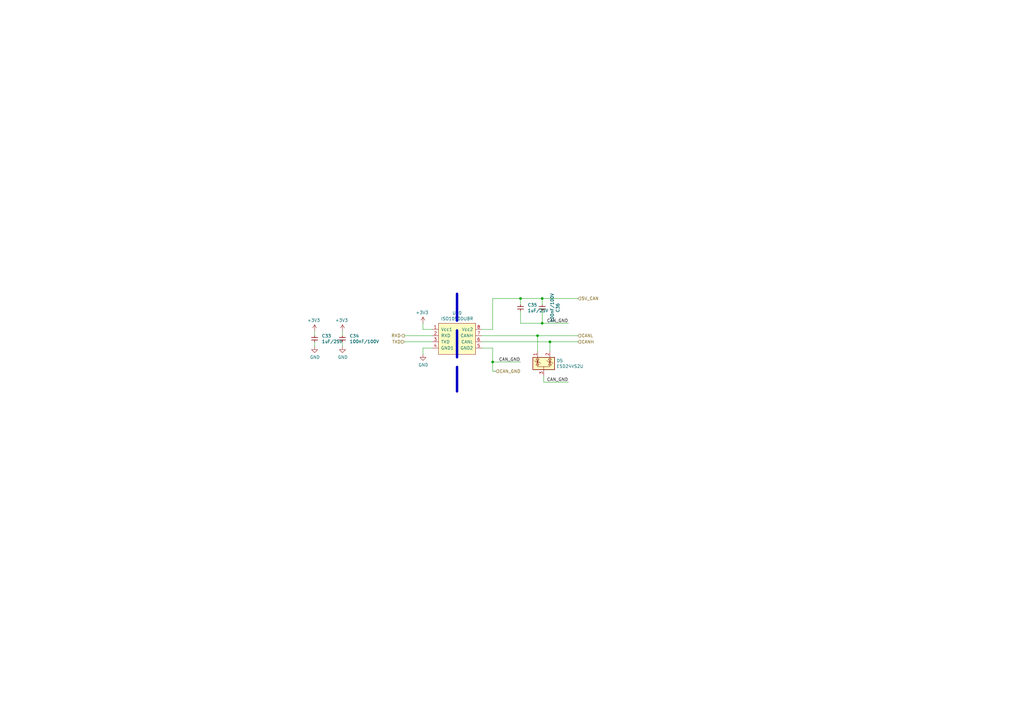
<source format=kicad_sch>
(kicad_sch
	(version 20231120)
	(generator "eeschema")
	(generator_version "8.0")
	(uuid "54d99f00-ccf1-47ca-82dc-6abcb3aa298d")
	(paper "A3")
	(title_block
		(date "2023-10-19")
		(rev "V0.1")
		(company "teTra")
	)
	(lib_symbols
		(symbol "Library:+3V3"
			(power)
			(pin_names
				(offset 0)
			)
			(exclude_from_sim no)
			(in_bom yes)
			(on_board yes)
			(property "Reference" "#PWR"
				(at 0 -3.81 0)
				(effects
					(font
						(size 1.27 1.27)
					)
					(hide yes)
				)
			)
			(property "Value" "+3V3"
				(at 0 3.556 0)
				(effects
					(font
						(size 1.27 1.27)
					)
				)
			)
			(property "Footprint" ""
				(at 0 0 0)
				(effects
					(font
						(size 1.27 1.27)
					)
					(hide yes)
				)
			)
			(property "Datasheet" ""
				(at 0 0 0)
				(effects
					(font
						(size 1.27 1.27)
					)
					(hide yes)
				)
			)
			(property "Description" "Power symbol creates a global label with name \"+3V3\""
				(at 0 0 0)
				(effects
					(font
						(size 1.27 1.27)
					)
					(hide yes)
				)
			)
			(property "ki_keywords" "global power"
				(at 0 0 0)
				(effects
					(font
						(size 1.27 1.27)
					)
					(hide yes)
				)
			)
			(symbol "+3V3_0_1"
				(polyline
					(pts
						(xy -0.762 1.27) (xy 0 2.54)
					)
					(stroke
						(width 0)
						(type default)
					)
					(fill
						(type none)
					)
				)
				(polyline
					(pts
						(xy 0 0) (xy 0 2.54)
					)
					(stroke
						(width 0)
						(type default)
					)
					(fill
						(type none)
					)
				)
				(polyline
					(pts
						(xy 0 2.54) (xy 0.762 1.27)
					)
					(stroke
						(width 0)
						(type default)
					)
					(fill
						(type none)
					)
				)
			)
			(symbol "+3V3_1_1"
				(pin power_in line
					(at 0 0 90)
					(length 0) hide
					(name "+3V3"
						(effects
							(font
								(size 1.27 1.27)
							)
						)
					)
					(number "1"
						(effects
							(font
								(size 1.27 1.27)
							)
						)
					)
				)
			)
		)
		(symbol "Library:C"
			(pin_numbers hide)
			(pin_names
				(offset 0.254)
			)
			(exclude_from_sim no)
			(in_bom yes)
			(on_board yes)
			(property "Reference" "C"
				(at 0.635 2.54 0)
				(effects
					(font
						(size 1.27 1.27)
					)
					(justify left)
				)
			)
			(property "Value" "C"
				(at 0.635 -2.54 0)
				(effects
					(font
						(size 1.27 1.27)
					)
					(justify left)
				)
			)
			(property "Footprint" ""
				(at 0.9652 -3.81 0)
				(effects
					(font
						(size 1.27 1.27)
					)
					(hide yes)
				)
			)
			(property "Datasheet" "~"
				(at 0 0 0)
				(effects
					(font
						(size 1.27 1.27)
					)
					(hide yes)
				)
			)
			(property "Description" "Unpolarized capacitor"
				(at 0 0 0)
				(effects
					(font
						(size 1.27 1.27)
					)
					(hide yes)
				)
			)
			(property "ki_keywords" "cap capacitor"
				(at 0 0 0)
				(effects
					(font
						(size 1.27 1.27)
					)
					(hide yes)
				)
			)
			(property "ki_fp_filters" "C_*"
				(at 0 0 0)
				(effects
					(font
						(size 1.27 1.27)
					)
					(hide yes)
				)
			)
			(symbol "C_1_1"
				(polyline
					(pts
						(xy -1.27 -0.508) (xy 1.27 -0.508)
					)
					(stroke
						(width 0.254)
						(type default)
					)
					(fill
						(type none)
					)
				)
				(polyline
					(pts
						(xy -1.27 0.508) (xy 1.27 0.508)
					)
					(stroke
						(width 0.254)
						(type default)
					)
					(fill
						(type none)
					)
				)
				(pin passive line
					(at 0 1.27 270)
					(length 0.762)
					(name "~"
						(effects
							(font
								(size 1.27 1.27)
							)
						)
					)
					(number "1"
						(effects
							(font
								(size 1.27 1.27)
							)
						)
					)
				)
				(pin passive line
					(at 0 -1.27 90)
					(length 0.762)
					(name "~"
						(effects
							(font
								(size 1.27 1.27)
							)
						)
					)
					(number "2"
						(effects
							(font
								(size 1.27 1.27)
							)
						)
					)
				)
			)
		)
		(symbol "Library:GND"
			(power)
			(pin_names
				(offset 0)
			)
			(exclude_from_sim no)
			(in_bom yes)
			(on_board yes)
			(property "Reference" "#PWR"
				(at 0 -6.35 0)
				(effects
					(font
						(size 1.27 1.27)
					)
					(hide yes)
				)
			)
			(property "Value" "GND"
				(at 0 -3.81 0)
				(effects
					(font
						(size 1.27 1.27)
					)
				)
			)
			(property "Footprint" ""
				(at 0 0 0)
				(effects
					(font
						(size 1.27 1.27)
					)
					(hide yes)
				)
			)
			(property "Datasheet" ""
				(at 0 0 0)
				(effects
					(font
						(size 1.27 1.27)
					)
					(hide yes)
				)
			)
			(property "Description" "Power symbol creates a global label with name \"GND\" , ground"
				(at 0 0 0)
				(effects
					(font
						(size 1.27 1.27)
					)
					(hide yes)
				)
			)
			(property "ki_keywords" "global power"
				(at 0 0 0)
				(effects
					(font
						(size 1.27 1.27)
					)
					(hide yes)
				)
			)
			(symbol "GND_0_1"
				(polyline
					(pts
						(xy 0 0) (xy 0 -1.27) (xy 1.27 -1.27) (xy 0 -2.54) (xy -1.27 -1.27) (xy 0 -1.27)
					)
					(stroke
						(width 0)
						(type default)
					)
					(fill
						(type none)
					)
				)
			)
			(symbol "GND_1_1"
				(pin power_in line
					(at 0 0 270)
					(length 0) hide
					(name "GND"
						(effects
							(font
								(size 1.27 1.27)
							)
						)
					)
					(number "1"
						(effects
							(font
								(size 1.27 1.27)
							)
						)
					)
				)
			)
		)
		(symbol "Library:ISO1050DUBR"
			(pin_names
				(offset 1.016)
			)
			(exclude_from_sim no)
			(in_bom yes)
			(on_board yes)
			(property "Reference" "U"
				(at 0 7.62 0)
				(effects
					(font
						(size 1.27 1.27)
					)
				)
			)
			(property "Value" "ISO1050DUBR"
				(at 0 -7.62 0)
				(effects
					(font
						(size 1.27 1.27)
					)
				)
			)
			(property "Footprint" ""
				(at -2.54 -8.89 0)
				(effects
					(font
						(size 1.27 1.27)
					)
					(hide yes)
				)
			)
			(property "Datasheet" ""
				(at -2.54 -8.89 0)
				(effects
					(font
						(size 1.27 1.27)
					)
					(hide yes)
				)
			)
			(property "Description" ""
				(at 0 0 0)
				(effects
					(font
						(size 1.27 1.27)
					)
					(hide yes)
				)
			)
			(symbol "ISO1050DUBR_0_1"
				(rectangle
					(start -7.62 -6.35)
					(end 7.62 6.35)
					(stroke
						(width 0)
						(type solid)
					)
					(fill
						(type background)
					)
				)
			)
			(symbol "ISO1050DUBR_1_1"
				(pin power_in line
					(at -10.16 3.81 0)
					(length 2.54)
					(name "Vcc1"
						(effects
							(font
								(size 1.27 1.27)
							)
						)
					)
					(number "1"
						(effects
							(font
								(size 1.27 1.27)
							)
						)
					)
				)
				(pin input line
					(at -10.16 1.27 0)
					(length 2.54)
					(name "RXD"
						(effects
							(font
								(size 1.27 1.27)
							)
						)
					)
					(number "2"
						(effects
							(font
								(size 1.27 1.27)
							)
						)
					)
				)
				(pin output line
					(at -10.16 -1.27 0)
					(length 2.54)
					(name "TXD"
						(effects
							(font
								(size 1.27 1.27)
							)
						)
					)
					(number "3"
						(effects
							(font
								(size 1.27 1.27)
							)
						)
					)
				)
				(pin passive line
					(at -10.16 -3.81 0)
					(length 2.54)
					(name "GND1"
						(effects
							(font
								(size 1.27 1.27)
							)
						)
					)
					(number "4"
						(effects
							(font
								(size 1.27 1.27)
							)
						)
					)
				)
				(pin passive line
					(at 10.16 -3.81 180)
					(length 2.54)
					(name "GND2"
						(effects
							(font
								(size 1.27 1.27)
							)
						)
					)
					(number "5"
						(effects
							(font
								(size 1.27 1.27)
							)
						)
					)
				)
				(pin bidirectional line
					(at 10.16 -1.27 180)
					(length 2.54)
					(name "CANL"
						(effects
							(font
								(size 1.27 1.27)
							)
						)
					)
					(number "6"
						(effects
							(font
								(size 1.27 1.27)
							)
						)
					)
				)
				(pin bidirectional line
					(at 10.16 1.27 180)
					(length 2.54)
					(name "CANH"
						(effects
							(font
								(size 1.27 1.27)
							)
						)
					)
					(number "7"
						(effects
							(font
								(size 1.27 1.27)
							)
						)
					)
				)
				(pin power_in line
					(at 10.16 3.81 180)
					(length 2.54)
					(name "Vcc2"
						(effects
							(font
								(size 1.27 1.27)
							)
						)
					)
					(number "8"
						(effects
							(font
								(size 1.27 1.27)
							)
						)
					)
				)
			)
		)
		(symbol "Library:SZNUP2105L"
			(pin_names hide)
			(exclude_from_sim no)
			(in_bom yes)
			(on_board yes)
			(property "Reference" "D"
				(at 5.715 2.54 0)
				(effects
					(font
						(size 1.27 1.27)
					)
					(justify left)
				)
			)
			(property "Value" "SZNUP2105L"
				(at 5.715 0.635 0)
				(effects
					(font
						(size 1.27 1.27)
					)
					(justify left)
				)
			)
			(property "Footprint" "Package_TO_SOT_SMD:SOT-23"
				(at 5.715 -1.27 0)
				(effects
					(font
						(size 1.27 1.27)
					)
					(justify left)
					(hide yes)
				)
			)
			(property "Datasheet" "http://www.onsemi.com/pub_link/Collateral/NUP2105L-D.PDF"
				(at 3.175 3.175 0)
				(effects
					(font
						(size 1.27 1.27)
					)
					(hide yes)
				)
			)
			(property "Description" "Dual Line CAN Bus Protector, 24Vrwm, Automotive Grade"
				(at 0 0 0)
				(effects
					(font
						(size 1.27 1.27)
					)
					(hide yes)
				)
			)
			(property "ki_keywords" "can esd protection suppression transient automotive"
				(at 0 0 0)
				(effects
					(font
						(size 1.27 1.27)
					)
					(hide yes)
				)
			)
			(property "ki_fp_filters" "SOT?23*"
				(at 0 0 0)
				(effects
					(font
						(size 1.27 1.27)
					)
					(hide yes)
				)
			)
			(symbol "SZNUP2105L_0_0"
				(pin passive line
					(at 0 -5.08 90)
					(length 2.54)
					(name "A"
						(effects
							(font
								(size 1.27 1.27)
							)
						)
					)
					(number "3"
						(effects
							(font
								(size 1.27 1.27)
							)
						)
					)
				)
			)
			(symbol "SZNUP2105L_0_1"
				(rectangle
					(start -4.445 2.54)
					(end 4.445 -2.54)
					(stroke
						(width 0.254)
						(type default)
					)
					(fill
						(type background)
					)
				)
				(polyline
					(pts
						(xy -2.54 2.54) (xy -2.54 0.635)
					)
					(stroke
						(width 0)
						(type default)
					)
					(fill
						(type none)
					)
				)
				(polyline
					(pts
						(xy 0 -1.27) (xy 0 -2.54)
					)
					(stroke
						(width 0)
						(type default)
					)
					(fill
						(type none)
					)
				)
				(polyline
					(pts
						(xy 2.54 2.54) (xy 2.54 0.635)
					)
					(stroke
						(width 0)
						(type default)
					)
					(fill
						(type none)
					)
				)
				(polyline
					(pts
						(xy -3.81 1.27) (xy -3.175 0.635) (xy -1.905 0.635) (xy -1.27 0)
					)
					(stroke
						(width 0)
						(type default)
					)
					(fill
						(type none)
					)
				)
				(polyline
					(pts
						(xy -2.54 0.635) (xy -2.54 -1.27) (xy 2.54 -1.27) (xy 2.54 0.635)
					)
					(stroke
						(width 0)
						(type default)
					)
					(fill
						(type none)
					)
				)
				(polyline
					(pts
						(xy -2.54 0.635) (xy -1.905 -0.635) (xy -3.175 -0.635) (xy -2.54 0.635)
					)
					(stroke
						(width 0)
						(type default)
					)
					(fill
						(type none)
					)
				)
				(polyline
					(pts
						(xy 2.54 0.635) (xy 1.905 -0.635) (xy 3.175 -0.635) (xy 2.54 0.635)
					)
					(stroke
						(width 0)
						(type default)
					)
					(fill
						(type none)
					)
				)
				(polyline
					(pts
						(xy 2.54 0.635) (xy 3.175 1.905) (xy 1.905 1.905) (xy 2.54 0.635)
					)
					(stroke
						(width 0)
						(type default)
					)
					(fill
						(type none)
					)
				)
				(polyline
					(pts
						(xy -2.54 0.635) (xy -3.175 1.905) (xy -1.905 1.905) (xy -2.54 0.635) (xy -2.54 1.27)
					)
					(stroke
						(width 0)
						(type default)
					)
					(fill
						(type none)
					)
				)
				(polyline
					(pts
						(xy 1.27 1.27) (xy 1.905 0.635) (xy 2.54 0.635) (xy 3.175 0.635) (xy 3.81 0)
					)
					(stroke
						(width 0)
						(type default)
					)
					(fill
						(type none)
					)
				)
			)
			(symbol "SZNUP2105L_1_1"
				(pin passive line
					(at -2.54 5.08 270)
					(length 2.54)
					(name "K"
						(effects
							(font
								(size 1.27 1.27)
							)
						)
					)
					(number "1"
						(effects
							(font
								(size 1.27 1.27)
							)
						)
					)
				)
				(pin passive line
					(at 2.54 5.08 270)
					(length 2.54)
					(name "K"
						(effects
							(font
								(size 1.27 1.27)
							)
						)
					)
					(number "2"
						(effects
							(font
								(size 1.27 1.27)
							)
						)
					)
				)
			)
		)
	)
	(junction
		(at 213.487 122.428)
		(diameter 0)
		(color 0 0 0 0)
		(uuid "1d1fdf66-c0a4-4a60-b26e-e28d390dfdec")
	)
	(junction
		(at 222.377 132.588)
		(diameter 0)
		(color 0 0 0 0)
		(uuid "395c69d8-4221-4077-8fff-d263a5fb6a99")
	)
	(junction
		(at 202.057 148.463)
		(diameter 0)
		(color 0 0 0 0)
		(uuid "4f0fab5f-900f-4eac-8ddd-2fa09fc29ef9")
	)
	(junction
		(at 225.552 140.208)
		(diameter 0)
		(color 0 0 0 0)
		(uuid "7f14e26a-8130-4989-aa5b-7408d11d672c")
	)
	(junction
		(at 220.472 137.668)
		(diameter 0)
		(color 0 0 0 0)
		(uuid "aa0cb370-9018-4c65-86f1-28f78a665f31")
	)
	(junction
		(at 222.377 122.428)
		(diameter 0)
		(color 0 0 0 0)
		(uuid "fdc5ebd5-d1c9-498d-8a71-970c4cfa0941")
	)
	(wire
		(pts
			(xy 213.487 127.508) (xy 213.487 132.588)
		)
		(stroke
			(width 0)
			(type default)
		)
		(uuid "00b64fb5-32b0-4631-8c2a-6b74185769d9")
	)
	(wire
		(pts
			(xy 140.462 135.763) (xy 140.462 137.668)
		)
		(stroke
			(width 0)
			(type default)
		)
		(uuid "0c5e0f44-46b7-4c2f-b334-a0520ecab97e")
	)
	(wire
		(pts
			(xy 222.377 127.508) (xy 222.377 132.588)
		)
		(stroke
			(width 0)
			(type default)
		)
		(uuid "0fbd5a2a-5c6e-4606-b352-36305433f701")
	)
	(wire
		(pts
			(xy 165.862 137.668) (xy 177.292 137.668)
		)
		(stroke
			(width 0)
			(type default)
		)
		(uuid "1748eff8-6036-4a5b-9a35-c24b1adcd171")
	)
	(wire
		(pts
			(xy 223.012 154.178) (xy 223.012 156.718)
		)
		(stroke
			(width 0)
			(type default)
		)
		(uuid "174f6d38-7f9f-42d4-8d23-8bf16a87f984")
	)
	(wire
		(pts
			(xy 222.377 122.428) (xy 222.377 124.968)
		)
		(stroke
			(width 0)
			(type default)
		)
		(uuid "1983eb1f-48d6-454d-afed-7bdc2db3142c")
	)
	(wire
		(pts
			(xy 197.612 137.668) (xy 220.472 137.668)
		)
		(stroke
			(width 0)
			(type default)
		)
		(uuid "1a6b4a06-f95b-4bbb-abff-9dbfd62c71f3")
	)
	(wire
		(pts
			(xy 202.057 142.748) (xy 202.057 148.463)
		)
		(stroke
			(width 0)
			(type default)
		)
		(uuid "224f0641-606e-47a2-82b5-a9addde20803")
	)
	(wire
		(pts
			(xy 129.032 140.208) (xy 129.032 142.113)
		)
		(stroke
			(width 0)
			(type default)
		)
		(uuid "2da448fd-4e9b-4c98-8520-e1cc80ed96e6")
	)
	(polyline
		(pts
			(xy 187.452 120.523) (xy 187.452 160.528)
		)
		(stroke
			(width 1)
			(type dash)
		)
		(uuid "38e72973-7816-4127-b921-f48dad51c369")
	)
	(wire
		(pts
			(xy 222.377 132.588) (xy 233.172 132.588)
		)
		(stroke
			(width 0)
			(type default)
		)
		(uuid "3c4936d0-ac7b-401d-b3ef-54e453e9df9a")
	)
	(wire
		(pts
			(xy 202.057 152.273) (xy 202.057 148.463)
		)
		(stroke
			(width 0)
			(type default)
		)
		(uuid "4fc4e4b9-08e1-415d-a983-21c45f22ac84")
	)
	(wire
		(pts
			(xy 202.057 148.463) (xy 213.487 148.463)
		)
		(stroke
			(width 0)
			(type default)
		)
		(uuid "560b45d9-21b2-4043-843b-d50328404546")
	)
	(wire
		(pts
			(xy 220.472 137.668) (xy 236.982 137.668)
		)
		(stroke
			(width 0)
			(type default)
		)
		(uuid "575a48f7-d034-4384-ae34-6ca461f114aa")
	)
	(wire
		(pts
			(xy 225.552 144.018) (xy 225.552 140.208)
		)
		(stroke
			(width 0)
			(type default)
		)
		(uuid "5c0125c0-7280-462e-ab81-eb9cb0212ab8")
	)
	(wire
		(pts
			(xy 129.032 135.763) (xy 129.032 137.668)
		)
		(stroke
			(width 0)
			(type default)
		)
		(uuid "67c3dc43-d80d-4f58-9c43-65a2a5e1f6b5")
	)
	(wire
		(pts
			(xy 220.472 144.018) (xy 220.472 137.668)
		)
		(stroke
			(width 0)
			(type default)
		)
		(uuid "70ed37a3-0e55-4ea2-8d86-8dde83b144b1")
	)
	(wire
		(pts
			(xy 202.057 122.428) (xy 202.057 135.128)
		)
		(stroke
			(width 0)
			(type default)
		)
		(uuid "76c83a1a-310e-4a55-9e35-42ffe6dcdf2b")
	)
	(wire
		(pts
			(xy 223.012 156.718) (xy 233.172 156.718)
		)
		(stroke
			(width 0)
			(type default)
		)
		(uuid "7b51b4bb-d7ee-40d1-99c8-e62ee699f984")
	)
	(wire
		(pts
			(xy 225.552 140.208) (xy 236.982 140.208)
		)
		(stroke
			(width 0)
			(type default)
		)
		(uuid "7ef482fa-4409-47f7-a2a0-e1d269d1b20a")
	)
	(wire
		(pts
			(xy 213.487 132.588) (xy 222.377 132.588)
		)
		(stroke
			(width 0)
			(type default)
		)
		(uuid "80e5f19f-c19f-4916-8979-bc1521ba9b8b")
	)
	(wire
		(pts
			(xy 202.057 142.748) (xy 197.612 142.748)
		)
		(stroke
			(width 0)
			(type default)
		)
		(uuid "823fbff9-8119-4139-93f5-74d14d38d17f")
	)
	(wire
		(pts
			(xy 203.327 152.273) (xy 202.057 152.273)
		)
		(stroke
			(width 0)
			(type default)
		)
		(uuid "83d1fc11-086c-4511-8742-79d9b18a6964")
	)
	(wire
		(pts
			(xy 177.292 142.748) (xy 173.482 142.748)
		)
		(stroke
			(width 0)
			(type default)
		)
		(uuid "8847f8d3-eade-47b6-83c7-078e0a393876")
	)
	(wire
		(pts
			(xy 213.487 122.428) (xy 222.377 122.428)
		)
		(stroke
			(width 0)
			(type default)
		)
		(uuid "8fd265bd-99bd-446f-ad1a-ef9d1c86d0d6")
	)
	(wire
		(pts
			(xy 173.482 142.748) (xy 173.482 145.288)
		)
		(stroke
			(width 0)
			(type default)
		)
		(uuid "a9114a75-99ef-429a-8e52-3304152074ae")
	)
	(wire
		(pts
			(xy 202.057 135.128) (xy 197.612 135.128)
		)
		(stroke
			(width 0)
			(type default)
		)
		(uuid "acaae673-63ce-4c89-803d-6cf6be440cda")
	)
	(wire
		(pts
			(xy 140.462 140.208) (xy 140.462 142.113)
		)
		(stroke
			(width 0)
			(type default)
		)
		(uuid "b1e0c633-f479-42e6-812c-6e5f8de7d92d")
	)
	(wire
		(pts
			(xy 213.487 122.428) (xy 213.487 124.968)
		)
		(stroke
			(width 0)
			(type default)
		)
		(uuid "b7313d29-6646-43c8-9b16-71e38e8da3a8")
	)
	(wire
		(pts
			(xy 202.057 122.428) (xy 213.487 122.428)
		)
		(stroke
			(width 0)
			(type default)
		)
		(uuid "b9834e71-0c46-4e97-8519-46c4317a980d")
	)
	(wire
		(pts
			(xy 222.377 122.428) (xy 236.982 122.428)
		)
		(stroke
			(width 0)
			(type default)
		)
		(uuid "cb988029-fc15-487d-891b-103a1b8173ee")
	)
	(wire
		(pts
			(xy 165.862 140.208) (xy 177.292 140.208)
		)
		(stroke
			(width 0)
			(type default)
		)
		(uuid "dc3ffcf2-64b4-4e2b-ad98-baa880c9bdaa")
	)
	(wire
		(pts
			(xy 173.482 132.588) (xy 173.482 135.128)
		)
		(stroke
			(width 0)
			(type default)
		)
		(uuid "e0030542-2555-4300-9646-9dc479928552")
	)
	(wire
		(pts
			(xy 197.612 140.208) (xy 225.552 140.208)
		)
		(stroke
			(width 0)
			(type default)
		)
		(uuid "f320dd82-c035-4771-bd5a-b72fa3b05570")
	)
	(wire
		(pts
			(xy 173.482 135.128) (xy 177.292 135.128)
		)
		(stroke
			(width 0)
			(type default)
		)
		(uuid "ffea8639-a158-4311-8012-d5b4ed25d488")
	)
	(label "CAN_GND"
		(at 224.282 132.588 0)
		(fields_autoplaced yes)
		(effects
			(font
				(size 1.27 1.27)
			)
			(justify left bottom)
		)
		(uuid "14a23451-337b-45f2-ae88-9af419a9f96f")
	)
	(label "CAN_GND"
		(at 204.597 148.463 0)
		(fields_autoplaced yes)
		(effects
			(font
				(size 1.27 1.27)
			)
			(justify left bottom)
		)
		(uuid "6568f6af-6e8c-4a5d-b207-167c42699662")
	)
	(label "CAN_GND"
		(at 224.282 156.718 0)
		(fields_autoplaced yes)
		(effects
			(font
				(size 1.27 1.27)
			)
			(justify left bottom)
		)
		(uuid "79163615-bc46-4c29-bb6d-d2a0c4d84d6b")
	)
	(hierarchical_label "CANH"
		(shape input)
		(at 236.982 140.208 0)
		(fields_autoplaced yes)
		(effects
			(font
				(size 1.27 1.27)
			)
			(justify left)
		)
		(uuid "0d52cd9b-e2d6-475c-8ea0-f2d267140eed")
	)
	(hierarchical_label "CANL"
		(shape input)
		(at 236.982 137.668 0)
		(fields_autoplaced yes)
		(effects
			(font
				(size 1.27 1.27)
			)
			(justify left)
		)
		(uuid "163af1d0-a0ee-41f7-aad5-7caf225f0996")
	)
	(hierarchical_label "5V_CAN"
		(shape input)
		(at 236.982 122.428 0)
		(fields_autoplaced yes)
		(effects
			(font
				(size 1.27 1.27)
			)
			(justify left)
		)
		(uuid "2d24b40a-984d-4692-8031-510f9876f389")
	)
	(hierarchical_label "CAN_GND"
		(shape input)
		(at 203.327 152.273 0)
		(fields_autoplaced yes)
		(effects
			(font
				(size 1.27 1.27)
			)
			(justify left)
		)
		(uuid "915e76a0-e240-436c-9287-df66fd8f72d9")
	)
	(hierarchical_label "RXD"
		(shape output)
		(at 165.862 137.668 180)
		(fields_autoplaced yes)
		(effects
			(font
				(size 1.27 1.27)
			)
			(justify right)
		)
		(uuid "c79ee05b-dc23-47b6-b149-58eb17b48a4b")
	)
	(hierarchical_label "TXD"
		(shape input)
		(at 165.862 140.208 180)
		(fields_autoplaced yes)
		(effects
			(font
				(size 1.27 1.27)
			)
			(justify right)
		)
		(uuid "f5d24d76-773c-463c-a876-3580799e9351")
	)
	(symbol
		(lib_id "Library:ISO1050DUBR")
		(at 187.452 138.938 0)
		(unit 1)
		(exclude_from_sim no)
		(in_bom yes)
		(on_board yes)
		(dnp no)
		(uuid "00000000-0000-0000-0000-00005a91e99c")
		(property "Reference" "U10"
			(at 187.452 128.397 0)
			(effects
				(font
					(size 1.27 1.27)
				)
			)
		)
		(property "Value" "ISO1050DUBR"
			(at 187.452 130.7084 0)
			(effects
				(font
					(size 1.27 1.27)
				)
			)
		)
		(property "Footprint" "Package_SO:SOP-8_6.62x9.15mm_P2.54mm"
			(at 184.912 147.828 0)
			(effects
				(font
					(size 1.27 1.27)
				)
				(hide yes)
			)
		)
		(property "Datasheet" "https://www.ti.com/general/docs/suppproductinfo.tsp?distId=10&gotoUrl=https%3A%2F%2Fwww.ti.com%2Flit%2Fgpn%2Fiso1050"
			(at 184.912 147.828 0)
			(effects
				(font
					(size 1.27 1.27)
				)
				(hide yes)
			)
		)
		(property "Description" "1/1 Transceiver, Isolated Half CANbus 8-SOP"
			(at 187.452 138.938 0)
			(effects
				(font
					(size 1.27 1.27)
				)
				(hide yes)
			)
		)
		(property "MPN" "ISO1050DUBR"
			(at 187.452 138.938 0)
			(effects
				(font
					(size 1.27 1.27)
				)
				(hide yes)
			)
		)
		(property "Link" "https://www.digikey.jp/en/products/detail/texas-instruments/ISO1050DUBR/2094633?s=N4IgTCBcDaIJIGUDyBGADAVjQEQKoCEAlEAXQF8g"
			(at 187.452 138.938 0)
			(effects
				(font
					(size 1.27 1.27)
				)
				(hide yes)
			)
		)
		(pin "1"
			(uuid "181db3ba-d4f6-4641-9c51-bbc414b25a32")
		)
		(pin "2"
			(uuid "3b7e584a-9625-4369-b37d-ac292f82ae3a")
		)
		(pin "3"
			(uuid "caa09e7c-bf80-40ee-9681-fee87aee6321")
		)
		(pin "4"
			(uuid "c355e5f7-bc43-41ce-898f-dd8a489a4625")
		)
		(pin "5"
			(uuid "e0c6fa61-052f-4510-ab10-768f0aeeefa0")
		)
		(pin "6"
			(uuid "c62ebaf6-5a1d-4e4c-957f-40efef3e20a4")
		)
		(pin "7"
			(uuid "35cb8c56-aaa6-4aec-a90b-4b642578543e")
		)
		(pin "8"
			(uuid "9c1d6ef6-9980-435a-8c9a-638a44e56035")
		)
		(instances
			(project "LTC6811_ESP32_V1p21"
				(path "/6a86ff6f-b159-4c4c-8a40-e732cc82e010/00000000-0000-0000-0000-00005a91e16c"
					(reference "U10")
					(unit 1)
				)
			)
		)
	)
	(symbol
		(lib_id "Library:GND")
		(at 173.482 145.288 0)
		(unit 1)
		(exclude_from_sim no)
		(in_bom yes)
		(on_board yes)
		(dnp no)
		(uuid "00000000-0000-0000-0000-00005a91eadf")
		(property "Reference" "#PWR049"
			(at 173.482 151.638 0)
			(effects
				(font
					(size 1.27 1.27)
				)
				(hide yes)
			)
		)
		(property "Value" "GND"
			(at 173.609 149.6822 0)
			(effects
				(font
					(size 1.27 1.27)
				)
			)
		)
		(property "Footprint" ""
			(at 173.482 145.288 0)
			(effects
				(font
					(size 1.27 1.27)
				)
				(hide yes)
			)
		)
		(property "Datasheet" ""
			(at 173.482 145.288 0)
			(effects
				(font
					(size 1.27 1.27)
				)
				(hide yes)
			)
		)
		(property "Description" ""
			(at 173.482 145.288 0)
			(effects
				(font
					(size 1.27 1.27)
				)
				(hide yes)
			)
		)
		(pin "1"
			(uuid "da920add-4dff-4e17-9ca9-be24608e5c8d")
		)
		(instances
			(project "LTC6811_ESP32_V1p21"
				(path "/6a86ff6f-b159-4c4c-8a40-e732cc82e010/00000000-0000-0000-0000-00005a91e16c"
					(reference "#PWR049")
					(unit 1)
				)
			)
		)
	)
	(symbol
		(lib_id "Library:C")
		(at 140.462 138.938 0)
		(unit 1)
		(exclude_from_sim no)
		(in_bom yes)
		(on_board yes)
		(dnp no)
		(uuid "00000000-0000-0000-0000-00005a91eb41")
		(property "Reference" "C34"
			(at 143.383 137.7696 0)
			(effects
				(font
					(size 1.27 1.27)
				)
				(justify left)
			)
		)
		(property "Value" "100nF/100V"
			(at 143.383 140.081 0)
			(effects
				(font
					(size 1.27 1.27)
				)
				(justify left)
			)
		)
		(property "Footprint" "Capacitor_SMD:C_0603_1608Metric"
			(at 141.4272 142.748 0)
			(effects
				(font
					(size 1.27 1.27)
				)
				(hide yes)
			)
		)
		(property "Datasheet" "https://www.digikey.jp/en/products/detail/samsung-electro-mechanics/CL10B104KC8NNNC/5961291?s=N4IgTCBcDaIMIBkCMAGAQqgLAaTgDgDki4AdEkAXQF8g"
			(at 140.462 138.938 0)
			(effects
				(font
					(size 1.27 1.27)
				)
				(hide yes)
			)
		)
		(property "Description" "0.1 µF ±10% 100V Ceramic Capacitor X7R 0603 (1608 Metric)"
			(at 140.462 138.938 0)
			(effects
				(font
					(size 1.27 1.27)
				)
				(hide yes)
			)
		)
		(property "MPN" "CL10B104KC8NNNC"
			(at 140.462 138.938 0)
			(effects
				(font
					(size 1.27 1.27)
				)
				(hide yes)
			)
		)
		(property "Link" "https://www.digikey.jp/en/products/detail/samsung-electro-mechanics/CL10B104KC8NNNC/5961291?s=N4IgTCBcDaIMIBkCMAGAQqgLAaTgDgDki4QBdAXyA"
			(at 140.462 138.938 0)
			(effects
				(font
					(size 1.27 1.27)
				)
				(hide yes)
			)
		)
		(pin "1"
			(uuid "73927e3b-90a4-43ad-9422-f4cfced14aa4")
		)
		(pin "2"
			(uuid "28ffe2e5-01ff-49f7-99e1-999419e37752")
		)
		(instances
			(project "LTC6811_ESP32_V1p21"
				(path "/6a86ff6f-b159-4c4c-8a40-e732cc82e010/00000000-0000-0000-0000-00005a91e16c"
					(reference "C34")
					(unit 1)
				)
			)
		)
	)
	(symbol
		(lib_id "Library:GND")
		(at 140.462 142.113 0)
		(unit 1)
		(exclude_from_sim no)
		(in_bom yes)
		(on_board yes)
		(dnp no)
		(uuid "00000000-0000-0000-0000-00005a91eba8")
		(property "Reference" "#PWR047"
			(at 140.462 148.463 0)
			(effects
				(font
					(size 1.27 1.27)
				)
				(hide yes)
			)
		)
		(property "Value" "GND"
			(at 140.589 146.5072 0)
			(effects
				(font
					(size 1.27 1.27)
				)
			)
		)
		(property "Footprint" ""
			(at 140.462 142.113 0)
			(effects
				(font
					(size 1.27 1.27)
				)
				(hide yes)
			)
		)
		(property "Datasheet" ""
			(at 140.462 142.113 0)
			(effects
				(font
					(size 1.27 1.27)
				)
				(hide yes)
			)
		)
		(property "Description" ""
			(at 140.462 142.113 0)
			(effects
				(font
					(size 1.27 1.27)
				)
				(hide yes)
			)
		)
		(pin "1"
			(uuid "e9f24b9c-a8a4-49ee-8c10-03477a8fc0fb")
		)
		(instances
			(project "LTC6811_ESP32_V1p21"
				(path "/6a86ff6f-b159-4c4c-8a40-e732cc82e010/00000000-0000-0000-0000-00005a91e16c"
					(reference "#PWR047")
					(unit 1)
				)
			)
		)
	)
	(symbol
		(lib_id "Library:C")
		(at 129.032 138.938 0)
		(unit 1)
		(exclude_from_sim no)
		(in_bom yes)
		(on_board yes)
		(dnp no)
		(uuid "00000000-0000-0000-0000-00005a924642")
		(property "Reference" "C33"
			(at 131.953 137.7696 0)
			(effects
				(font
					(size 1.27 1.27)
				)
				(justify left)
			)
		)
		(property "Value" "1uF/25V"
			(at 131.953 140.081 0)
			(effects
				(font
					(size 1.27 1.27)
				)
				(justify left)
			)
		)
		(property "Footprint" "Capacitor_SMD:C_0603_1608Metric"
			(at 129.9972 142.748 0)
			(effects
				(font
					(size 1.27 1.27)
				)
				(hide yes)
			)
		)
		(property "Datasheet" "https://mm.digikey.com/Volume0/opasdata/d220001/medias/docus/3644/CL10B105KA8NNNC_spec.pdf"
			(at 129.032 138.938 0)
			(effects
				(font
					(size 1.27 1.27)
				)
				(hide yes)
			)
		)
		(property "Description" "1 µF ±10% 25V Ceramic Capacitor X7R 0603 (1608 Metric)"
			(at 129.032 138.938 0)
			(effects
				(font
					(size 1.27 1.27)
				)
				(hide yes)
			)
		)
		(property "MPN" "CL10B105KA8NNNC"
			(at 129.032 138.938 0)
			(effects
				(font
					(size 1.27 1.27)
				)
				(hide yes)
			)
		)
		(property "Link" "https://www.digikey.jp/en/products/detail/samsung-electro-mechanics/CL10B105KA8NNNC/3886842"
			(at 129.032 138.938 0)
			(effects
				(font
					(size 1.27 1.27)
				)
				(hide yes)
			)
		)
		(pin "1"
			(uuid "29c91a36-79a5-43b9-bd92-f5da7e9e9cfd")
		)
		(pin "2"
			(uuid "8b7479c6-62a4-4ad7-ac20-aa58a409b11c")
		)
		(instances
			(project "LTC6811_ESP32_V1p21"
				(path "/6a86ff6f-b159-4c4c-8a40-e732cc82e010/00000000-0000-0000-0000-00005a91e16c"
					(reference "C33")
					(unit 1)
				)
			)
		)
	)
	(symbol
		(lib_id "Library:GND")
		(at 129.032 142.113 0)
		(unit 1)
		(exclude_from_sim no)
		(in_bom yes)
		(on_board yes)
		(dnp no)
		(uuid "00000000-0000-0000-0000-00005a925217")
		(property "Reference" "#PWR045"
			(at 129.032 148.463 0)
			(effects
				(font
					(size 1.27 1.27)
				)
				(hide yes)
			)
		)
		(property "Value" "GND"
			(at 129.159 146.5072 0)
			(effects
				(font
					(size 1.27 1.27)
				)
			)
		)
		(property "Footprint" ""
			(at 129.032 142.113 0)
			(effects
				(font
					(size 1.27 1.27)
				)
				(hide yes)
			)
		)
		(property "Datasheet" ""
			(at 129.032 142.113 0)
			(effects
				(font
					(size 1.27 1.27)
				)
				(hide yes)
			)
		)
		(property "Description" ""
			(at 129.032 142.113 0)
			(effects
				(font
					(size 1.27 1.27)
				)
				(hide yes)
			)
		)
		(pin "1"
			(uuid "c37f830f-33cf-474d-a13f-1c6a9f6a8b40")
		)
		(instances
			(project "LTC6811_ESP32_V1p21"
				(path "/6a86ff6f-b159-4c4c-8a40-e732cc82e010/00000000-0000-0000-0000-00005a91e16c"
					(reference "#PWR045")
					(unit 1)
				)
			)
		)
	)
	(symbol
		(lib_id "Library:C")
		(at 222.377 126.238 180)
		(unit 1)
		(exclude_from_sim no)
		(in_bom yes)
		(on_board yes)
		(dnp no)
		(uuid "00000000-0000-0000-0000-00005c24ae55")
		(property "Reference" "C36"
			(at 228.7778 126.238 90)
			(effects
				(font
					(size 1.27 1.27)
				)
			)
		)
		(property "Value" "100nF/100V"
			(at 226.4664 126.238 90)
			(effects
				(font
					(size 1.27 1.27)
				)
			)
		)
		(property "Footprint" "Capacitor_SMD:C_0603_1608Metric"
			(at 221.4118 122.428 0)
			(effects
				(font
					(size 1.27 1.27)
				)
				(hide yes)
			)
		)
		(property "Datasheet" "https://www.digikey.jp/en/products/detail/samsung-electro-mechanics/CL10B104KC8NNNC/5961291?s=N4IgTCBcDaIMIBkCMAGAQqgLAaTgDgDki4AdEkAXQF8g"
			(at 222.377 126.238 0)
			(effects
				(font
					(size 1.27 1.27)
				)
				(hide yes)
			)
		)
		(property "Description" "0.1 µF ±10% 100V Ceramic Capacitor X7R 0603 (1608 Metric)"
			(at 222.377 126.238 0)
			(effects
				(font
					(size 1.27 1.27)
				)
				(hide yes)
			)
		)
		(property "MPN" "CL10B104KC8NNNC"
			(at 222.377 126.238 0)
			(effects
				(font
					(size 1.27 1.27)
				)
				(hide yes)
			)
		)
		(property "Link" "https://www.digikey.jp/en/products/detail/samsung-electro-mechanics/CL10B104KC8NNNC/5961291?s=N4IgTCBcDaIMIBkCMAGAQqgLAaTgDgDki4QBdAXyA"
			(at 222.377 126.238 0)
			(effects
				(font
					(size 1.27 1.27)
				)
				(hide yes)
			)
		)
		(pin "1"
			(uuid "94e45f63-d13f-420c-a21d-66c0d04d2984")
		)
		(pin "2"
			(uuid "7df54e25-dcff-40cb-8f0c-eb2cc22196e8")
		)
		(instances
			(project "LTC6811_ESP32_V1p21"
				(path "/6a86ff6f-b159-4c4c-8a40-e732cc82e010/00000000-0000-0000-0000-00005a91e16c"
					(reference "C36")
					(unit 1)
				)
			)
		)
	)
	(symbol
		(lib_id "Library:C")
		(at 213.487 126.238 0)
		(unit 1)
		(exclude_from_sim no)
		(in_bom yes)
		(on_board yes)
		(dnp no)
		(uuid "00000000-0000-0000-0000-00005c24b678")
		(property "Reference" "C35"
			(at 216.408 125.0696 0)
			(effects
				(font
					(size 1.27 1.27)
				)
				(justify left)
			)
		)
		(property "Value" "1uF/25V"
			(at 216.408 127.381 0)
			(effects
				(font
					(size 1.27 1.27)
				)
				(justify left)
			)
		)
		(property "Footprint" "Capacitor_SMD:C_0603_1608Metric"
			(at 214.4522 130.048 0)
			(effects
				(font
					(size 1.27 1.27)
				)
				(hide yes)
			)
		)
		(property "Datasheet" "https://mm.digikey.com/Volume0/opasdata/d220001/medias/docus/3644/CL10B105KA8NNNC_spec.pdf"
			(at 213.487 126.238 0)
			(effects
				(font
					(size 1.27 1.27)
				)
				(hide yes)
			)
		)
		(property "Description" "1 µF ±10% 25V Ceramic Capacitor X7R 0603 (1608 Metric)"
			(at 213.487 126.238 0)
			(effects
				(font
					(size 1.27 1.27)
				)
				(hide yes)
			)
		)
		(property "MPN" "CL10B105KA8NNNC"
			(at 213.487 126.238 0)
			(effects
				(font
					(size 1.27 1.27)
				)
				(hide yes)
			)
		)
		(property "Link" "https://www.digikey.jp/en/products/detail/samsung-electro-mechanics/CL10B105KA8NNNC/3886842"
			(at 213.487 126.238 0)
			(effects
				(font
					(size 1.27 1.27)
				)
				(hide yes)
			)
		)
		(pin "1"
			(uuid "f00cb241-8c60-4ca2-b4b7-3ffa861174f3")
		)
		(pin "2"
			(uuid "df7df6f0-c9e9-4849-a368-7bd440698db1")
		)
		(instances
			(project "LTC6811_ESP32_V1p21"
				(path "/6a86ff6f-b159-4c4c-8a40-e732cc82e010/00000000-0000-0000-0000-00005a91e16c"
					(reference "C35")
					(unit 1)
				)
			)
		)
	)
	(symbol
		(lib_id "Library:SZNUP2105L")
		(at 223.012 149.098 0)
		(unit 1)
		(exclude_from_sim no)
		(in_bom yes)
		(on_board yes)
		(dnp no)
		(uuid "00000000-0000-0000-0000-00005c258d40")
		(property "Reference" "D5"
			(at 228.219 147.9296 0)
			(effects
				(font
					(size 1.27 1.27)
				)
				(justify left)
			)
		)
		(property "Value" "ESD24VS2U"
			(at 228.219 150.241 0)
			(effects
				(font
					(size 1.27 1.27)
				)
				(justify left)
			)
		)
		(property "Footprint" "Package_TO_SOT_SMD:SOT-23"
			(at 228.727 150.368 0)
			(effects
				(font
					(size 1.27 1.27)
				)
				(justify left)
				(hide yes)
			)
		)
		(property "Datasheet" "https://www.infineon.com/dgdl/Infineon-ESD24VS2U-DS-v01_01-en.pdf?fileId=db3a3043340fff53013413a2249d2ff3"
			(at 226.187 145.923 0)
			(effects
				(font
					(size 1.27 1.27)
				)
				(hide yes)
			)
		)
		(property "Description" "41V Clamp 5A (8/20µs) Ipp Tvs Diode Surface Mount PG-SOT23"
			(at 223.012 149.098 0)
			(effects
				(font
					(size 1.27 1.27)
				)
				(hide yes)
			)
		)
		(property "MPN" "ESD24VS2UE6327HTSA1"
			(at 223.012 149.098 0)
			(effects
				(font
					(size 1.27 1.27)
				)
				(hide yes)
			)
		)
		(property "Link" "https://www.digikey.jp/en/products/detail/infineon-technologies/ESD24VS2UE6327HTSA1/1785650"
			(at 223.012 149.098 0)
			(effects
				(font
					(size 1.27 1.27)
				)
				(hide yes)
			)
		)
		(pin "3"
			(uuid "946bb8a4-2e3e-4176-8668-20ee34ce0dcc")
		)
		(pin "1"
			(uuid "a3c4c4a8-c267-4684-9593-1941775c88a0")
		)
		(pin "2"
			(uuid "c3fc8871-d6e5-4c62-9539-471385981ebd")
		)
		(instances
			(project "LTC6811_ESP32_V1p21"
				(path "/6a86ff6f-b159-4c4c-8a40-e732cc82e010/00000000-0000-0000-0000-00005a91e16c"
					(reference "D5")
					(unit 1)
				)
			)
		)
	)
	(symbol
		(lib_id "Library:+3V3")
		(at 173.482 132.588 0)
		(mirror y)
		(unit 1)
		(exclude_from_sim no)
		(in_bom yes)
		(on_board yes)
		(dnp no)
		(uuid "92adda24-a4a0-48f7-9162-ebb9a14f4469")
		(property "Reference" "#PWR048"
			(at 173.482 136.398 0)
			(effects
				(font
					(size 1.27 1.27)
				)
				(hide yes)
			)
		)
		(property "Value" "+3V3"
			(at 173.101 128.1938 0)
			(effects
				(font
					(size 1.27 1.27)
				)
			)
		)
		(property "Footprint" ""
			(at 173.482 132.588 0)
			(effects
				(font
					(size 1.27 1.27)
				)
				(hide yes)
			)
		)
		(property "Datasheet" ""
			(at 173.482 132.588 0)
			(effects
				(font
					(size 1.27 1.27)
				)
				(hide yes)
			)
		)
		(property "Description" ""
			(at 173.482 132.588 0)
			(effects
				(font
					(size 1.27 1.27)
				)
				(hide yes)
			)
		)
		(pin "1"
			(uuid "813b95de-59d9-4606-850d-d0d14d2c0184")
		)
		(instances
			(project "LTC6811_ESP32_V1p21"
				(path "/6a86ff6f-b159-4c4c-8a40-e732cc82e010/00000000-0000-0000-0000-00005a91e16c"
					(reference "#PWR048")
					(unit 1)
				)
			)
		)
	)
	(symbol
		(lib_id "Library:+3V3")
		(at 129.032 135.763 0)
		(mirror y)
		(unit 1)
		(exclude_from_sim no)
		(in_bom yes)
		(on_board yes)
		(dnp no)
		(uuid "95686532-6dcc-4f79-a36a-46975af5f9c0")
		(property "Reference" "#PWR044"
			(at 129.032 139.573 0)
			(effects
				(font
					(size 1.27 1.27)
				)
				(hide yes)
			)
		)
		(property "Value" "+3V3"
			(at 128.651 131.3688 0)
			(effects
				(font
					(size 1.27 1.27)
				)
			)
		)
		(property "Footprint" ""
			(at 129.032 135.763 0)
			(effects
				(font
					(size 1.27 1.27)
				)
				(hide yes)
			)
		)
		(property "Datasheet" ""
			(at 129.032 135.763 0)
			(effects
				(font
					(size 1.27 1.27)
				)
				(hide yes)
			)
		)
		(property "Description" ""
			(at 129.032 135.763 0)
			(effects
				(font
					(size 1.27 1.27)
				)
				(hide yes)
			)
		)
		(pin "1"
			(uuid "6b2a4728-57a1-4117-8137-a20310b76aa1")
		)
		(instances
			(project "LTC6811_ESP32_V1p21"
				(path "/6a86ff6f-b159-4c4c-8a40-e732cc82e010/00000000-0000-0000-0000-00005a91e16c"
					(reference "#PWR044")
					(unit 1)
				)
			)
		)
	)
	(symbol
		(lib_id "Library:+3V3")
		(at 140.462 135.763 0)
		(mirror y)
		(unit 1)
		(exclude_from_sim no)
		(in_bom yes)
		(on_board yes)
		(dnp no)
		(uuid "d8620d82-a297-42d5-b1b3-9b21e601cdc7")
		(property "Reference" "#PWR046"
			(at 140.462 139.573 0)
			(effects
				(font
					(size 1.27 1.27)
				)
				(hide yes)
			)
		)
		(property "Value" "+3V3"
			(at 140.081 131.3688 0)
			(effects
				(font
					(size 1.27 1.27)
				)
			)
		)
		(property "Footprint" ""
			(at 140.462 135.763 0)
			(effects
				(font
					(size 1.27 1.27)
				)
				(hide yes)
			)
		)
		(property "Datasheet" ""
			(at 140.462 135.763 0)
			(effects
				(font
					(size 1.27 1.27)
				)
				(hide yes)
			)
		)
		(property "Description" ""
			(at 140.462 135.763 0)
			(effects
				(font
					(size 1.27 1.27)
				)
				(hide yes)
			)
		)
		(pin "1"
			(uuid "415b4d05-cc3f-4f5f-8387-e30c46f7fd02")
		)
		(instances
			(project "LTC6811_ESP32_V1p21"
				(path "/6a86ff6f-b159-4c4c-8a40-e732cc82e010/00000000-0000-0000-0000-00005a91e16c"
					(reference "#PWR046")
					(unit 1)
				)
			)
		)
	)
)

</source>
